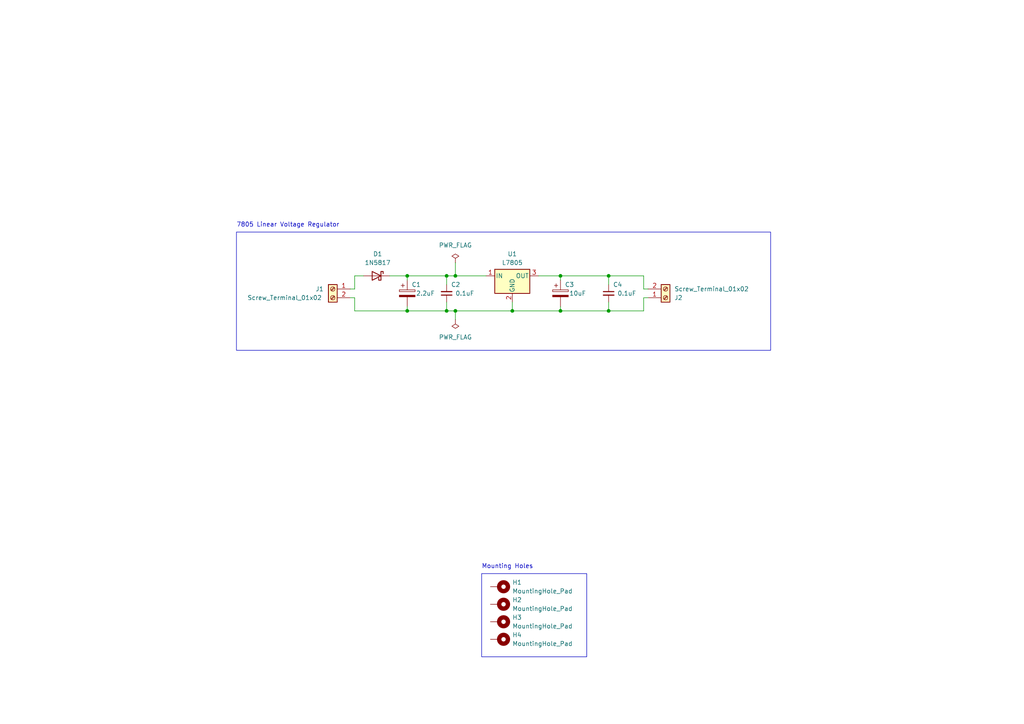
<source format=kicad_sch>
(kicad_sch (version 20230121) (generator eeschema)
  (paper "A4")
  (title_block (title "7805 Linear Volatage Regulator") (date "2024-02-04") (rev "1.0") (company "Pyae Sone Heine"))
  (lib_symbols
    (symbol "Connector:Screw_Terminal_01x02" (pin_names (offset 1.016) hide)
      (property "Reference" "J" (at 0 2.54 0))
      (property "Value" "Screw_Terminal_01x02" (at 0 -5.08 0))
      (symbol "Screw_Terminal_01x02_1_1"
        (rectangle (start -1.27 1.27) (end 1.27 -3.81) (stroke (width 0.254)) (fill (type background)))
        (circle (center 0 -2.54) (radius 0.635) (stroke (width 0.1524)))
        (polyline (pts (xy -0.5334 -2.2098) (xy 0.3302 -3.048)) (stroke (width 0.1524)))
        (polyline (pts (xy -0.5334 0.3302) (xy 0.3302 -0.508)) (stroke (width 0.1524)))
        (polyline (pts (xy -0.3556 -2.032) (xy 0.508 -2.8702)) (stroke (width 0.1524)))
        (polyline (pts (xy -0.3556 0.508) (xy 0.508 -0.3302)) (stroke (width 0.1524)))
        (circle (center 0 0) (radius 0.635) (stroke (width 0.1524)))
        (pin passive line (at -5.08 0 0) (length 3.81) (name "Pin_1") (number "1"))
        (pin passive line (at -5.08 -2.54 0) (length 3.81) (name "Pin_2") (number "2"))
      )
    )
    (symbol "Device:C_Polarized" (pin_numbers hide) (pin_names (offset 0.254))
      (property "Reference" "C" (at 0.635 2.54 0))
      (property "Value" "C_Polarized" (at 0.635 -2.54 0))
      (symbol "C_Polarized_0_1"
        (rectangle (start -2.286 0.508) (end 2.286 1.016))
        (polyline (pts (xy -1.778 2.286) (xy -0.762 2.286)))
        (polyline (pts (xy -1.27 2.794) (xy -1.27 1.778)))
        (rectangle (start 2.286 -0.508) (end -2.286 -1.016) (fill (type outline)))
      )
      (symbol "C_Polarized_1_1"
        (pin passive line (at 0 3.81 270) (length 2.794) (name "~") (number "1"))
        (pin passive line (at 0 -3.81 90) (length 2.794) (name "~") (number "2"))
      )
    )
    (symbol "Device:C_Small" (pin_numbers hide) (pin_names (offset 0.254) hide)
      (property "Reference" "C" (at 0.254 1.778 0))
      (property "Value" "C_Small" (at 0.254 -2.032 0))
      (symbol "C_Small_0_1"
        (polyline (pts (xy -1.524 -0.508) (xy 1.524 -0.508)) (stroke (width 0.3302)))
        (polyline (pts (xy -1.524 0.508) (xy 1.524 0.508)) (stroke (width 0.3048)))
      )
      (symbol "C_Small_1_1"
        (pin passive line (at 0 2.54 270) (length 2.032) (name "~") (number "1"))
        (pin passive line (at 0 -2.54 90) (length 2.032) (name "~") (number "2"))
      )
    )
    (symbol "Diode:1N5817" (pin_numbers hide) (pin_names (offset 1.016) hide)
      (property "Reference" "D" (at 0 2.54 0))
      (property "Value" "1N5817" (at 0 -2.54 0))
      (symbol "1N5817_0_1"
        (polyline (pts (xy 1.27 0) (xy -1.27 0)))
        (polyline (pts (xy 1.27 1.27) (xy 1.27 -1.27) (xy -1.27 0) (xy 1.27 1.27)) (stroke (width 0.254)))
        (polyline (pts (xy -1.905 0.635) (xy -1.905 1.27) (xy -1.27 1.27) (xy -1.27 -1.27) (xy -0.635 -1.27) (xy -0.635 -0.635)) (stroke (width 0.254)))
      )
      (symbol "1N5817_1_1"
        (pin passive line (at -3.81 0 0) (length 2.54) (name "K") (number "1"))
        (pin passive line (at 3.81 0 180) (length 2.54) (name "A") (number "2"))
      )
    )
    (symbol "Mechanical:MountingHole_Pad" (pin_numbers hide) (pin_names (offset 1.016) hide)
      (property "Reference" "H" (at 0 6.35 0))
      (property "Value" "MountingHole_Pad" (at 0 4.445 0))
      (symbol "MountingHole_Pad_0_1"
        (circle (center 0 1.27) (radius 1.27) (stroke (width 1.27)))
      )
      (symbol "MountingHole_Pad_1_1"
        (pin input line (at 0 -2.54 90) (length 2.54) (name "1") (number "1"))
      )
    )
    (symbol "Regulator_Linear:L7805" (pin_names (offset 0.254))
      (property "Reference" "U" (at -3.81 3.175 0))
      (property "Value" "L7805" (at 0 3.175 0))
      (symbol "L7805_0_1"
        (rectangle (start -5.08 1.905) (end 5.08 -5.08) (stroke (width 0.254)) (fill (type background)))
      )
      (symbol "L7805_1_1"
        (pin power_in line (at -7.62 0 0) (length 2.54) (name "IN") (number "1"))
        (pin power_in line (at 0 -7.62 90) (length 2.54) (name "GND") (number "2"))
        (pin power_out line (at 7.62 0 180) (length 2.54) (name "OUT") (number "3"))
      )
    )
    (symbol "power:PWR_FLAG" (power) (pin_numbers hide) (pin_names (offset 0) hide)
      (property "Value" "PWR_FLAG" (at 0 3.81 0))
      (symbol "PWR_FLAG_0_0"
        (pin power_out line (at 0 0 90) (length 0) (name "pwr") (number "1"))
      )
      (symbol "PWR_FLAG_0_1"
        (polyline (pts (xy 0 0) (xy 0 1.27) (xy -1.016 1.905) (xy 0 2.54) (xy 1.016 1.905) (xy 0 1.27)))
      )
    )
  )
  (junction (at 176.53 80.01))
  (junction (at 132.08 80.01))
  (junction (at 129.54 90.17))
  (junction (at 118.11 90.17))
  (junction (at 176.53 90.17))
  (junction (at 129.54 80.01))
  (junction (at 118.11 80.01))
  (junction (at 162.56 90.17))
  (junction (at 132.08 90.17))
  (junction (at 162.56 80.01))
  (junction (at 148.59 90.17))
  (wire (pts (xy 105.41 80.01) (xy 102.87 80.01)))
  (wire (pts (xy 102.87 80.01) (xy 102.87 83.82)))
  (wire (pts (xy 129.54 80.01) (xy 132.08 80.01)))
  (wire (pts (xy 162.56 90.17) (xy 176.53 90.17)))
  (wire (pts (xy 186.69 86.36) (xy 186.69 90.17)))
  (wire (pts (xy 186.69 80.01) (xy 186.69 83.82)))
  (wire (pts (xy 102.87 90.17) (xy 118.11 90.17)))
  (wire (pts (xy 162.56 80.01) (xy 162.56 81.28)))
  (wire (pts (xy 176.53 80.01) (xy 176.53 82.55)))
  (wire (pts (xy 176.53 80.01) (xy 186.69 80.01)))
  (wire (pts (xy 162.56 80.01) (xy 176.53 80.01)))
  (wire (pts (xy 186.69 83.82) (xy 187.96 83.82)))
  (wire (pts (xy 162.56 90.17) (xy 162.56 88.9)))
  (wire (pts (xy 132.08 90.17) (xy 132.08 92.71)))
  (wire (pts (xy 118.11 80.01) (xy 118.11 81.28)))
  (wire (pts (xy 148.59 90.17) (xy 148.59 87.63)))
  (wire (pts (xy 118.11 90.17) (xy 129.54 90.17)))
  (wire (pts (xy 176.53 90.17) (xy 176.53 87.63)))
  (wire (pts (xy 187.96 86.36) (xy 186.69 86.36)))
  (wire (pts (xy 132.08 80.01) (xy 140.97 80.01)))
  (wire (pts (xy 101.6 86.36) (xy 102.87 86.36)))
  (wire (pts (xy 186.69 90.17) (xy 176.53 90.17)))
  (wire (pts (xy 129.54 90.17) (xy 132.08 90.17)))
  (wire (pts (xy 162.56 80.01) (xy 156.21 80.01)))
  (wire (pts (xy 102.87 83.82) (xy 101.6 83.82)))
  (wire (pts (xy 118.11 80.01) (xy 129.54 80.01)))
  (wire (pts (xy 148.59 90.17) (xy 162.56 90.17)))
  (wire (pts (xy 118.11 90.17) (xy 118.11 88.9)))
  (wire (pts (xy 129.54 87.63) (xy 129.54 90.17)))
  (wire (pts (xy 113.03 80.01) (xy 118.11 80.01)))
  (wire (pts (xy 102.87 86.36) (xy 102.87 90.17)))
  (wire (pts (xy 132.08 90.17) (xy 148.59 90.17)))
  (wire (pts (xy 129.54 80.01) (xy 129.54 82.55)))
  (wire (pts (xy 132.08 76.2) (xy 132.08 80.01)))
  (rectangle (start 139.7 166.37) (end 170.18 190.5))
  (rectangle (start 68.58 67.31) (end 223.52 101.6))
  (text "Mounting Holes" (at 139.7 165.1 0) (effects (font (size 1.27 1.27)) (justify left bottom)))
  (text "7805 Linear Voltage Regulator" (at 68.58 66.04 0) (effects (font (size 1.27 1.27)) (justify left bottom)))
  (symbol (lib_id "Connector:Screw_Terminal_01x02") (at 96.52 83.82 0) (mirror y) (unit 1)
    (property "Reference" "J1" (at 92.71 83.82 0))
    (property "Value" "Screw_Terminal_01x02" (at 82.55 86.36 0))
    (property "Footprint" "TerminalBlock_Phoenix:TerminalBlock_Phoenix_MKDS-1,5-2-5.08_1x02_P5.08mm_Horizontal" (effects hide))
  )
  (symbol (lib_id "power:PWR_FLAG") (at 132.08 92.71 180) (unit 1)
    (property "Reference" "#FLG02" (effects hide))
    (property "Value" "PWR_FLAG" (at 132.08 97.79 0))
  )
  (symbol (lib_id "Mechanical:MountingHole_Pad") (at 144.78 170.18 270) (unit 1)
    (property "Reference" "H1" (at 148.59 168.91 90) (effects (justify left)))
    (property "Value" "MountingHole_Pad" (at 148.59 171.45 90) (effects (justify left)))
    (property "Footprint" "MountingHole:MountingHole_3.2mm_M3_Pad" (effects hide))
  )
  (symbol (lib_id "Device:C_Small") (at 176.53 85.09 0) (unit 1)
    (property "Reference" "C4" (at 177.8 82.55 0) (effects (justify left)))
    (property "Value" "0.1uF" (at 179.07 85.09 0) (effects (justify left)))
    (property "Footprint" "Capacitor_THT:C_Disc_D9.0mm_W5.0mm_P7.50mm" (effects hide))
  )
  (symbol (lib_id "Mechanical:MountingHole_Pad") (at 144.78 185.42 270) (unit 1)
    (property "Reference" "H4" (at 148.59 184.15 90) (effects (justify left)))
    (property "Value" "MountingHole_Pad" (at 148.59 186.69 90) (effects (justify left)))
    (property "Footprint" "MountingHole:MountingHole_3.2mm_M3_Pad" (effects hide))
  )
  (symbol (lib_id "Regulator_Linear:L7805") (at 148.59 80.01 0) (unit 1)
    (property "Reference" "U1" (at 148.59 73.66 0))
    (property "Value" "L7805" (at 148.59 76.2 0))
    (property "Footprint" "Package_TO_SOT_THT:TO-220-3_Horizontal_TabDown" (effects hide))
    (property "Datasheet" "http://www.st.com/content/ccc/resource/technical/document/datasheet/41/4f/b3/b0/12/d4/47/88/CD00000444.pdf/files/CD00000444.pdf/jcr:content/translations/en.CD00000444.pdf" (effects hide))
  )
  (symbol (lib_id "Mechanical:MountingHole_Pad") (at 144.78 180.34 270) (unit 1)
    (property "Reference" "H3" (at 148.59 179.07 90) (effects (justify left)))
    (property "Value" "MountingHole_Pad" (at 148.59 181.61 90) (effects (justify left)))
    (property "Footprint" "MountingHole:MountingHole_3.2mm_M3_Pad" (effects hide))
  )
  (symbol (lib_id "Mechanical:MountingHole_Pad") (at 144.78 175.26 270) (unit 1)
    (property "Reference" "H2" (at 148.59 173.99 90) (effects (justify left)))
    (property "Value" "MountingHole_Pad" (at 148.59 176.53 90) (effects (justify left)))
    (property "Footprint" "MountingHole:MountingHole_3.2mm_M3_Pad" (effects hide))
  )
  (symbol (lib_id "Device:C_Small") (at 129.54 85.09 0) (mirror x) (unit 1)
    (property "Reference" "C2" (at 130.81 82.55 0) (effects (justify left)))
    (property "Value" "0.1uF" (at 132.08 85.09 0) (effects (justify left)))
    (property "Footprint" "Capacitor_THT:C_Disc_D9.0mm_W5.0mm_P7.50mm" (effects hide))
  )
  (symbol (lib_id "power:PWR_FLAG") (at 132.08 76.2 0) (unit 1)
    (property "Reference" "#FLG01" (effects hide))
    (property "Value" "PWR_FLAG" (at 132.08 71.12 0))
  )
  (symbol (lib_id "Device:C_Polarized") (at 118.11 85.09 0) (unit 1)
    (property "Reference" "C1" (at 119.38 82.55 0) (effects (justify left)))
    (property "Value" "2.2uF" (at 120.65 85.09 0) (effects (justify left)))
    (property "Footprint" "Capacitor_THT:CP_Radial_D5.0mm_P2.50mm" (effects hide))
  )
  (symbol (lib_id "Device:C_Polarized") (at 162.56 85.09 0) (unit 1)
    (property "Reference" "C3" (at 163.83 82.55 0) (effects (justify left)))
    (property "Value" "10uF" (at 165.1 85.09 0) (effects (justify left)))
    (property "Footprint" "Capacitor_THT:CP_Radial_D5.0mm_P2.50mm" (effects hide))
  )
  (symbol (lib_id "Diode:1N5817") (at 109.22 80.01 0) (mirror y) (unit 1)
    (property "Reference" "D1" (at 109.5375 73.66 0))
    (property "Value" "1N5817" (at 109.5375 76.2 0))
    (property "Footprint" "Diode_THT:D_DO-41_SOD81_P10.16mm_Horizontal" (effects hide))
    (property "Datasheet" "http://www.vishay.com/docs/88525/1n5817.pdf" (effects hide))
  )
  (symbol (lib_id "Connector:Screw_Terminal_01x02") (at 193.04 86.36 0) (mirror x) (unit 1)
    (property "Reference" "J2" (at 195.58 86.36 0) (effects (justify left)))
    (property "Value" "Screw_Terminal_01x02" (at 195.58 83.82 0) (effects (justify left)))
    (property "Footprint" "TerminalBlock_Phoenix:TerminalBlock_Phoenix_MKDS-1,5-2-5.08_1x02_P5.08mm_Horizontal" (effects hide))
  )
)
</source>
